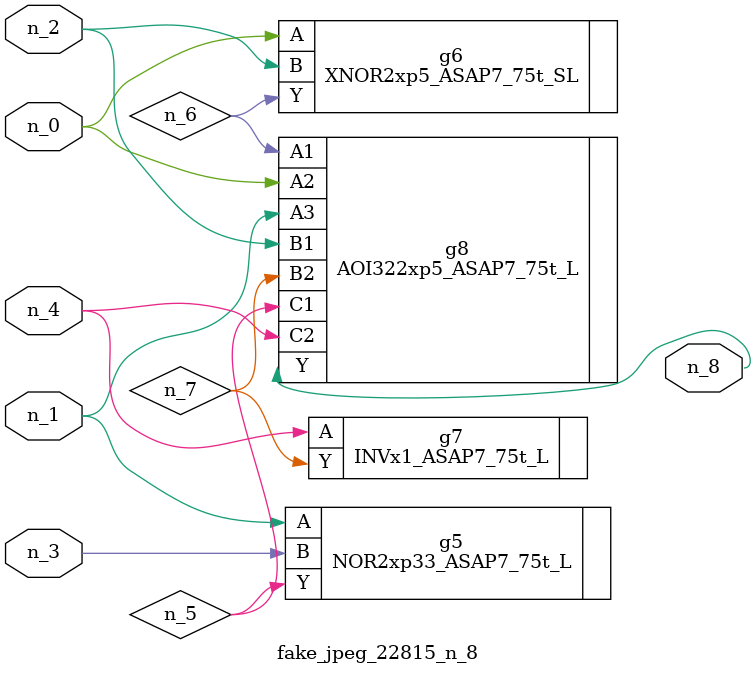
<source format=v>
module fake_jpeg_22815_n_8 (n_3, n_2, n_1, n_0, n_4, n_8);

input n_3;
input n_2;
input n_1;
input n_0;
input n_4;

output n_8;

wire n_6;
wire n_5;
wire n_7;

NOR2xp33_ASAP7_75t_L g5 ( 
.A(n_1),
.B(n_3),
.Y(n_5)
);

XNOR2xp5_ASAP7_75t_SL g6 ( 
.A(n_0),
.B(n_2),
.Y(n_6)
);

INVx1_ASAP7_75t_L g7 ( 
.A(n_4),
.Y(n_7)
);

AOI322xp5_ASAP7_75t_L g8 ( 
.A1(n_6),
.A2(n_0),
.A3(n_1),
.B1(n_2),
.B2(n_7),
.C1(n_5),
.C2(n_4),
.Y(n_8)
);


endmodule
</source>
